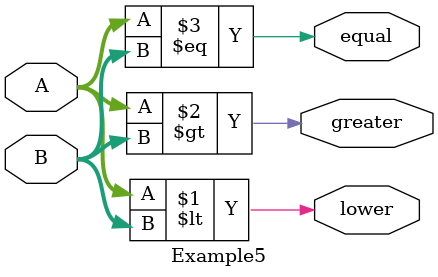
<source format=v>
module Example5
( output lower, equal, greater,
input [3:0] A, B
);
	assign lower = (A < B);
	assign greater = (A > B);
	assign equal = (A == B);
	
	/*// Behavioural Model
	always @ (A or B) begin
	if (A<B) begin
		  equal = 0;
		  lower = 1;
		  greater = 0;
	end else if (A==B) begin
	  equal = 1;
	  lower = 0;
	  greater = 0;
	 end else begin
	  equal = 0;
	  lower = 0;
	  greater = 1;
	 end
	end*/
endmodule
</source>
